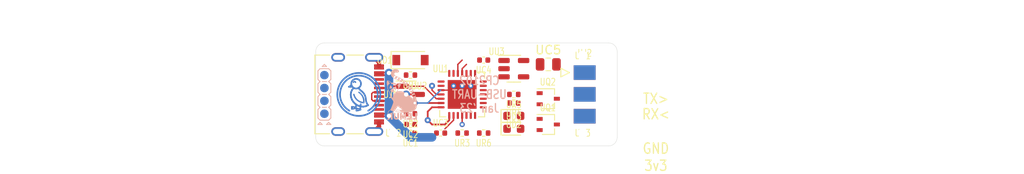
<source format=kicad_pcb>
(kicad_pcb (version 20221018) (generator pcbnew)
  (layers (0 "F.Cu" signal "Front") (31 "B.Cu" signal "Back") (34 "B.Paste" user) (35 "F.Paste" user) (36 "B.SilkS" user "B.Silkscreen") (37 "F.SilkS" user "F.Silkscreen") (38 "B.Mask" user) (39 "F.Mask" user) (44 "Edge.Cuts" user))
  (net 0 "")
  (net 1 "gnd")
  (net 2 "usb_chain_0.d_N")
  (net 3 "vusb")
  (net 4 "usb_chain_0.d_P")
  (net 5 "led.res.a")
  (net 6 "usbconv.nsuspend")
  (net 7 "usbconv.suspend")
  (net 8 "usbconv.uart.tx")
  (net 9 "usbconv.uart.rx")
  (net 10 "usbconv.rts")
  (net 11 "usbconv.ri")
  (net 12 "usbconv.ic.vdd")
  (net 13 "usbconv.dtr")
  (net 14 "usbconv.dsr")
  (net 15 "usbconv.dcd")
  (net 16 "usbconv.cts")
  (net 17 "usb_uart.conn.B5")
  (net 18 "usb_uart.conn.A5")
  (net 19 "v3v3")
  (net 20 "auto.boot")
  (net 21 "auto.en")
  (net 22 "auto.dtr_res.b")
  (net 23 "auto.rts_res.b")
  (net 24 "led_en.res.a")
  (footprint "Package_TO_SOT_SMD:SOT-23-5" (layer "F.Cu") (at 157 45)
    (fp_text reference "UU3" (at -2 -2) (layer "F.SilkS") (effects (font (size 0.8 0.6) (thickness 0.1))))
    (fp_text value "AP2204K-3.3 (Diodes Incorporated)")
    (fp_line (start 0 -1.56) (end -1.8 -1.56) (stroke (width 0.12)) (layer "F.SilkS"))
    (fp_line (start 0 -1.56) (end 0.8 -1.56) (stroke (width 0.12)) (layer "F.SilkS"))
    (fp_line (start 0 1.56) (end -0.8 1.56) (stroke (width 0.12)) (layer "F.SilkS"))
    (fp_line (start 0 1.56) (end 0.8 1.56) (stroke (width 0.12)) (layer "F.SilkS"))
    (pad "1" smd roundrect (at -1.1375 -0.95) (size 1.325 0.6) (layers "F.Cu" "F.Paste" "F.Mask") (net 3 "vusb"))
    (pad "2" smd roundrect (at -1.1375 0) (size 1.325 0.6) (layers "F.Cu" "F.Paste" "F.Mask") (net 1 "gnd"))
    (pad "3" smd roundrect (at -1.1375 0.95) (size 1.325 0.6) (layers "F.Cu" "F.Paste" "F.Mask") (net 3 "vusb"))
    (pad "4" smd roundrect (at 1.1375 0.95) (size 1.325 0.6) (layers "F.Cu" "F.Paste" "F.Mask"))
    (pad "5" smd roundrect (at 1.1375 -0.95) (size 1.325 0.6) (layers "F.Cu" "F.Paste" "F.Mask") (net 19 "v3v3"))
  )
  (footprint "Capacitor_SMD:C_0402_1005Metric" (layer "F.Cu") (at 153.5 44 180)
    (fp_text reference "UC4" (at 0 -1.16) (layer "F.SilkS") (effects (font (size 0.8 0.6) (thickness 0.1))))
    (fp_text value "")
    (fp_line (start -0.107836 -0.36) (end 0.107836 -0.36) (stroke (width 0.12)) (layer "F.SilkS"))
    (fp_line (start -0.107836 0.36) (end 0.107836 0.36) (stroke (width 0.12)) (layer "F.SilkS"))
    (pad "1" smd roundrect (at -0.48 0 180) (size 0.56 0.62) (layers "F.Cu" "F.Paste" "F.Mask") (net 3 "vusb"))
    (pad "2" smd roundrect (at 0.48 0 180) (size 0.56 0.62) (layers "F.Cu" "F.Paste" "F.Mask") (net 1 "gnd"))
  )
  (footprint "Package_TO_SOT_SMD:SOT-323_SC-70" (layer "F.Cu") (at 161 51.5)
    (fp_text reference "UQ1" (at -0.05 -1.95) (layer "F.SilkS") (effects (font (size 0.8 0.6) (thickness 0.1))))
    (fp_text value "BC847AW 1E (CBI) - 45V 200mW 100mA 110@2mA,5V 100MHz 600mV@100mA,5mA NPN +150?@(Tj) SOT-323 Bipolar Transistors - BJT ROHS")
    (fp_line (start -0.68 1.16) (end 0.73 1.16) (stroke (width 0.12)) (layer "F.SilkS"))
    (fp_line (start 0.73 -1.16) (end -1.3 -1.16) (stroke (width 0.12)) (layer "F.SilkS"))
    (fp_line (start 0.73 -1.16) (end 0.73 -0.5) (stroke (width 0.12)) (layer "F.SilkS"))
    (fp_line (start 0.73 0.5) (end 0.73 1.16) (stroke (width 0.12)) (layer "F.SilkS"))
    (pad "1" smd rect (at -1 -0.65 270) (size 0.45 0.7) (layers "F.Cu" "F.Paste" "F.Mask") (net 22 "auto.dtr_res.b"))
    (pad "2" smd rect (at -1 0.65 270) (size 0.45 0.7) (layers "F.Cu" "F.Paste" "F.Mask") (net 10 "usbconv.rts"))
    (pad "3" smd rect (at 1 0 270) (size 0.45 0.7) (layers "F.Cu" "F.Paste" "F.Mask") (net 21 "auto.en"))
  )
  (footprint "Resistor_SMD:R_0402_1005Metric" (layer "F.Cu") (at 145 50.25 180)
    (fp_text reference "UR2" (at 0 -1.17 180) (layer "F.SilkS") (effects (font (size 0.8 0.6) (thickness 0.1))))
    (fp_text value "")
    (fp_line (start -0.153641 -0.38) (end 0.153641 -0.38) (stroke (width 0.12)) (layer "F.SilkS"))
    (fp_line (start -0.153641 0.38) (end 0.153641 0.38) (stroke (width 0.12)) (layer "F.SilkS"))
    (pad "1" smd roundrect (at -0.51 0 180) (size 0.54 0.64) (layers "F.Cu" "F.Paste" "F.Mask") (net 1 "gnd"))
    (pad "2" smd roundrect (at 0.51 0 180) (size 0.54 0.64) (layers "F.Cu" "F.Paste" "F.Mask") (net 17 "usb_uart.conn.B5"))
  )
  (footprint "edg:PinHeader_2x03_P2.54mm_EdgeInline" (layer "F.Cu") (at 166.5 47.995)
    (fp_text reference "UJ2" (at -1.27 -4.81) (layer "F.SilkS") (effects (font (size 0.8 0.6) (thickness 0.1))))
    (fp_text value "PinHeader2.54 Shrouded 2x3 (Generic)")
    (fp_line (start -4.04 -3.04) (end -4.04 -2.04) (stroke (width 0.12)) (layer "F.SilkS"))
    (fp_line (start -4.04 -2.04) (end -3.04 -2.54) (stroke (width 0.12)) (layer "F.SilkS"))
    (fp_line (start -3.04 -2.54) (end -4.04 -3.04) (stroke (width 0.12)) (layer "F.SilkS"))
    (pad "1" smd rect (at -1.27 -2.54) (size 2.54 1.7) (layers "F.Cu" "F.Paste" "F.Mask") (net 19 "v3v3"))
    (pad "2" smd rect (at -1.27 -2.54) (size 2.54 1.7) (layers "B.Cu" "B.Paste" "B.Mask") (net 20 "auto.boot"))
    (pad "3" smd rect (at -1.27 0) (size 2.54 1.7) (layers "F.Cu" "F.Paste" "F.Mask") (net 9 "usbconv.uart.rx"))
    (pad "4" smd rect (at -1.27 0) (size 2.54 1.7) (layers "B.Cu" "B.Paste" "B.Mask") (net 8 "usbconv.uart.tx"))
    (pad "5" smd rect (at -1.27 2.54) (size 2.54 1.7) (layers "F.Cu" "F.Paste" "F.Mask") (net 1 "gnd"))
    (pad "6" smd rect (at -1.27 2.54) (size 2.54 1.7) (layers "B.Cu" "B.Paste" "B.Mask") (net 21 "auto.en"))
  )
  (footprint "edg:JlcToolingHole_1.152mm" (layer "F.Cu") (at 143 52.5)
    (fp_text reference "UH2" (at 0 0) (layer "F.SilkS") (effects (font (size 0.8 0.6) (thickness 0.1))))
    (fp_text value "")
    (pad "" np_thru_hole circle (at 0 0) (size 1.152 1.152) (drill 1.152) (layers "*.Cu" "*.Mask"))
  )
  (footprint "Resistor_SMD:R_0402_1005Metric" (layer "F.Cu") (at 145 45.75 180)
    (fp_text reference "UR1" (at 0 -1.17 180) (layer "F.SilkS") (effects (font (size 0.8 0.6) (thickness 0.1))))
    (fp_text value "")
    (fp_line (start -0.153641 -0.38) (end 0.153641 -0.38) (stroke (width 0.12)) (layer "F.SilkS"))
    (fp_line (start -0.153641 0.38) (end 0.153641 0.38) (stroke (width 0.12)) (layer "F.SilkS"))
    (pad "1" smd roundrect (at -0.51 0 180) (size 0.54 0.64) (layers "F.Cu" "F.Paste" "F.Mask") (net 1 "gnd"))
    (pad "2" smd roundrect (at 0.51 0 180) (size 0.54 0.64) (layers "F.Cu" "F.Paste" "F.Mask") (net 18 "usb_uart.conn.A5"))
  )
  (footprint "LED_SMD:LED_0603_1608Metric" (layer "F.Cu") (at 157 50.5)
    (fp_text reference "UD2" (at 0 1) (layer "F.SilkS") (effects (font (size 0.8 0.6) (thickness 0.1))))
    (fp_text value "C2290 (Hubei KENTO Elec) - White 0603 Light Emitting Diodes (LED) RoHS")
    (fp_line (start -1.485 -0.735) (end -1.485 0.735) (stroke (width 0.12)) (layer "F.SilkS"))
    (fp_line (start -1.485 0.735) (end 0.8 0.735) (stroke (width 0.12)) (layer "F.SilkS"))
    (fp_line (start 0.8 -0.735) (end -1.485 -0.735) (stroke (width 0.12)) (layer "F.SilkS"))
    (pad "1" smd roundrect (at -0.7875 0) (size 0.875 0.95) (layers "F.Cu" "F.Paste" "F.Mask") (net 5 "led.res.a"))
    (pad "2" smd roundrect (at 0.7875 0) (size 0.875 0.95) (layers "F.Cu" "F.Paste" "F.Mask") (net 6 "usbconv.nsuspend"))
  )
  (footprint "Resistor_SMD:R_0402_1005Metric" (layer "F.Cu") (at 157 49 180)
    (fp_text reference "UR4" (at 0 -1.17) (layer "F.SilkS") (effects (font (size 0.8 0.6) (thickness 0.1))))
    (fp_text value "")
    (fp_line (start -0.153641 -0.38) (end 0.153641 -0.38) (stroke (width 0.12)) (layer "F.SilkS"))
    (fp_line (start -0.153641 0.38) (end 0.153641 0.38) (stroke (width 0.12)) (layer "F.SilkS"))
    (pad "1" smd roundrect (at -0.51 0 180) (size 0.54 0.64) (layers "F.Cu" "F.Paste" "F.Mask") (net 13 "usbconv.dtr"))
    (pad "2" smd roundrect (at 0.51 0 180) (size 0.54 0.64) (layers "F.Cu" "F.Paste" "F.Mask") (net 22 "auto.dtr_res.b"))
  )
  (footprint "Capacitor_SMD:C_0402_1005Metric" (layer "F.Cu") (at 145 51.5 180)
    (fp_text reference "UC2" (at 0 -1.16 180) (layer "F.SilkS") (effects (font (size 0.8 0.6) (thickness 0.1))))
    (fp_text value "")
    (fp_line (start -0.107836 -0.36) (end 0.107836 -0.36) (stroke (width 0.12)) (layer "F.SilkS"))
    (fp_line (start -0.107836 0.36) (end 0.107836 0.36) (stroke (width 0.12)) (layer "F.SilkS"))
    (pad "1" smd roundrect (at -0.48 0 180) (size 0.56 0.62) (layers "F.Cu" "F.Paste" "F.Mask") (net 3 "vusb"))
    (pad "2" smd roundrect (at 0.48 0 180) (size 0.56 0.62) (layers "F.Cu" "F.Paste" "F.Mask") (net 1 "gnd"))
  )
  (footprint "LED_SMD:LED_0603_1608Metric" (layer "F.Cu") (at 157 52)
    (fp_text reference "UD3" (at 0 -1.43) (layer "F.SilkS") (effects (font (size 0.8 0.6) (thickness 0.1))))
    (fp_text value "KT-0603R (Hubei KENTO Elec) - Red 615~630nm 1.9~2.2V 0603 Light Emitting Diodes (LED) RoHS")
    (fp_line (start -1.485 -0.735) (end -1.485 0.735) (stroke (width 0.12)) (layer "F.SilkS"))
    (fp_line (start -1.485 0.735) (end 0.8 0.735) (stroke (width 0.12)) (layer "F.SilkS"))
    (fp_line (start 0.8 -0.735) (end -1.485 -0.735) (stroke (width 0.12)) (layer "F.SilkS"))
    (pad "1" smd roundrect (at -0.7875 0) (size 0.875 0.95) (layers "F.Cu" "F.Paste" "F.Mask") (net 24 "led_en.res.a"))
    (pad "2" smd roundrect (at 0.7875 0) (size 0.875 0.95) (layers "F.Cu" "F.Paste" "F.Mask") (net 19 "v3v3"))
  )
  (footprint "Capacitor_SMD:C_0402_1005Metric" (layer "F.Cu") (at 145 52.5 180)
    (fp_text reference "UC1" (at 0 -1.16 180) (layer "F.SilkS") (effects (font (size 0.8 0.6) (thickness 0.1))))
    (fp_text value "")
    (fp_line (start -0.107836 -0.36) (end 0.107836 -0.36) (stroke (width 0.12)) (layer "F.SilkS"))
    (fp_line (start -0.107836 0.36) (end 0.107836 0.36) (stroke (width 0.12)) (layer "F.SilkS"))
    (pad "1" smd roundrect (at -0.48 0 180) (size 0.56 0.62) (layers "F.Cu" "F.Paste" "F.Mask") (net 3 "vusb"))
    (pad "2" smd roundrect (at 0.48 0 180) (size 0.56 0.62) (layers "F.Cu" "F.Paste" "F.Mask") (net 1 "gnd"))
  )
  (footprint "edg:JlcToolingHole_1.152mm" (layer "F.Cu") (at 165 52.5)
    (fp_text reference "UH3" (at 0 0) (layer "F.SilkS") (effects (font (size 0.8 0.6) (thickness 0.1))))
    (fp_text value "")
    (pad "" np_thru_hole circle (at 0 0) (size 1.152 1.152) (drill 1.152) (layers "*.Cu" "*.Mask"))
  )
  (footprint "Connector_USB:USB_C_Receptacle_XKB_U262-16XN-4BVC11" (layer "F.Cu") (at 137.675 48 -90)
    (fp_text reference "UJ1" (at 0 -5) (layer "F.SilkS") (effects (font (size 0.8 0.6) (thickness 0.1))))
    (fp_text value "COM-15111 (Sparkfun)")
    (fp_line (start -4.58 -1.85) (end -4.58 0.07) (stroke (width 0.12)) (layer "F.SilkS"))
    (fp_line (start -4.58 3.785) (end -4.58 2.08) (stroke (width 0.12)) (layer "F.SilkS"))
    (fp_line (start 4.58 0.07) (end 4.58 -1.85) (stroke (width 0.12)) (layer "F.SilkS"))
    (fp_line (start 4.58 2.08) (end 4.58 3.785) (stroke (width 0.12)) (layer "F.SilkS"))
    (fp_line (start 4.58 3.785) (end -4.58 3.785) (stroke (width 0.12)) (layer "F.SilkS"))
    (pad "" np_thru_hole circle (at -2.89 -2.605 270) (size 0.65 0.65) (drill 0.65) (layers "*.Cu" "*.Mask"))
    (pad "" np_thru_hole circle (at 2.89 -2.605 270) (size 0.65 0.65) (drill 0.65) (layers "*.Cu" "*.Mask"))
    (pad "A1" smd rect (at -3.35 -3.67 270) (size 0.3 1.15) (layers "F.Cu" "F.Paste" "F.Mask") (net 1 "gnd"))
    (pad "A4" smd rect (at -2.55 -3.67 270) (size 0.3 1.15) (layers "F.Cu" "F.Paste" "F.Mask") (net 3 "vusb"))
    (pad "A5" smd rect (at -1.25 -3.67 270) (size 0.3 1.15) (layers "F.Cu" "F.Paste" "F.Mask") (net 18 "usb_uart.conn.A5"))
    (pad "A6" smd rect (at -0.25 -3.67 270) (size 0.3 1.15) (layers "F.Cu" "F.Paste" "F.Mask") (net 4 "usb_chain_0.d_P"))
    (pad "A7" smd rect (at 0.25 -3.67 270) (size 0.3 1.15) (layers "F.Cu" "F.Paste" "F.Mask") (net 2 "usb_chain_0.d_N"))
    (pad "A8" smd rect (at 1.25 -3.67 270) (size 0.3 1.15) (layers "F.Cu" "F.Paste" "F.Mask"))
    (pad "A9" smd rect (at 2.55 -3.67 270) (size 0.3 1.15) (layers "F.Cu" "F.Paste" "F.Mask") (net 3 "vusb"))
    (pad "A12" smd rect (at 3.35 -3.67 270) (size 0.3 1.15) (layers "F.Cu" "F.Paste" "F.Mask") (net 1 "gnd"))
    (pad "B1" smd rect (at 3.05 -3.67 270) (size 0.3 1.15) (layers "F.Cu" "F.Paste" "F.Mask") (net 1 "gnd"))
    (pad "B4" smd rect (at 2.25 -3.67 270) (size 0.3 1.15) (layers "F.Cu" "F.Paste" "F.Mask") (net 3 "vusb"))
    (pad "B5" smd rect (at 1.75 -3.67 270) (size 0.3 1.15) (layers "F.Cu" "F.Paste" "F.Mask") (net 17 "usb_uart.conn.B5"))
    (pad "B6" smd rect (at 0.75 -3.67 270) (size 0.3 1.15) (layers "F.Cu" "F.Paste" "F.Mask") (net 4 "usb_chain_0.d_P"))
    (pad "B7" smd rect (at -0.75 -3.67 270) (size 0.3 1.15) (layers "F.Cu" "F.Paste" "F.Mask") (net 2 "usb_chain_0.d_N"))
    (pad "B8" smd rect (at -1.75 -3.67 270) (size 0.3 1.15) (layers "F.Cu" "F.Paste" "F.Mask"))
    (pad "B9" smd rect (at -2.25 -3.67 270) (size 0.3 1.15) (layers "F.Cu" "F.Paste" "F.Mask") (net 3 "vusb"))
    (pad "B12" smd rect (at -3.05 -3.67 270) (size 0.3 1.15) (layers "F.Cu" "F.Paste" "F.Mask") (net 1 "gnd"))
    (pad "S1" thru_hole oval (at -4.32 -3.105 270) (size 1 2.1) (drill oval 0.6 1.7) (layers "*.Cu" "*.Mask") (net 1 "gnd"))
    (pad "S1" thru_hole oval (at -4.32 1.075 270) (size 1 1.6) (drill oval 0.6 1.2) (layers "*.Cu" "*.Mask") (net 1 "gnd"))
    (pad "S1" thru_hole oval (at 4.32 -3.105 270) (size 1 2.1) (drill oval 0.6 1.7) (layers "*.Cu" "*.Mask") (net 1 "gnd"))
    (pad "S1" thru_hole oval (at 4.32 1.075 270) (size 1 1.6) (drill oval 0.6 1.2) (layers "*.Cu" "*.Mask") (net 1 "gnd"))
  )
  (footprint "Resistor_SMD:R_0402_1005Metric" (layer "F.Cu") (at 153.5 52.5 180)
    (fp_text reference "UR6" (at 0 -1.17) (layer "F.SilkS") (effects (font (size 0.8 0.6) (thickness 0.1))))
    (fp_text value "")
    (fp_line (start -0.153641 -0.38) (end 0.153641 -0.38) (stroke (width 0.12)) (layer "F.SilkS"))
    (fp_line (start -0.153641 0.38) (end 0.153641 0.38) (stroke (width 0.12)) (layer "F.SilkS"))
    (pad "1" smd roundrect (at -0.51 0 180) (size 0.54 0.64) (layers "F.Cu" "F.Paste" "F.Mask") (net 24 "led_en.res.a"))
    (pad "2" smd roundrect (at 0.51 0 180) (size 0.54 0.64) (layers "F.Cu" "F.Paste" "F.Mask") (net 10 "usbconv.rts"))
  )
  (footprint "Package_DFN_QFN:QFN-28-1EP_5x5mm_P0.5mm_EP3.35x3.35mm" (layer "F.Cu") (at 151 48)
    (fp_text reference "UU1" (at -2.5 -3) (layer "F.SilkS") (effects (font (size 0.8 0.6) (thickness 0.1))))
    (fp_text value "CP2102 (Silicon Labs)")
    (fp_line (start -2.61 2.61) (end -2.61 1.885) (stroke (width 0.12)) (layer "F.SilkS"))
    (fp_line (start -1.885 -2.61) (end -2.61 -2.61) (stroke (width 0.12)) (layer "F.SilkS"))
    (fp_line (start -1.885 2.61) (end -2.61 2.61) (stroke (width 0.12)) (layer "F.SilkS"))
    (fp_line (start 1.885 -2.61) (end 2.61 -2.61) (stroke (width 0.12)) (layer "F.SilkS"))
    (fp_line (start 1.885 2.61) (end 2.61 2.61) (stroke (width 0.12)) (layer "F.SilkS"))
    (fp_line (start 2.61 -2.61) (end 2.61 -1.885) (stroke (width 0.12)) (layer "F.SilkS"))
    (fp_line (start 2.61 2.61) (end 2.61 1.885) (stroke (width 0.12)) (layer "F.SilkS"))
    (pad "1" smd roundrect (at -2.45 -1.5) (size 0.8 0.25) (layers "F.Cu" "F.Paste" "F.Mask") (net 15 "usbconv.dcd"))
    (pad "2" smd roundrect (at -2.45 -1) (size 0.8 0.25) (layers "F.Cu" "F.Paste" "F.Mask") (net 11 "usbconv.ri"))
    (pad "3" smd roundrect (at -2.45 -0.5) (size 0.8 0.25) (layers "F.Cu" "F.Paste" "F.Mask") (net 1 "gnd"))
    (pad "4" smd roundrect (at -2.45 0) (size 0.8 0.25) (layers "F.Cu" "F.Paste" "F.Mask") (net 4 "usb_chain_0.d_P"))
    (pad "5" smd roundrect (at -2.45 0.5) (size 0.8 0.25) (layers "F.Cu" "F.Paste" "F.Mask") (net 2 "usb_chain_0.d_N"))
    (pad "6" smd roundrect (at -2.45 1) (size 0.8 0.25) (layers "F.Cu" "F.Paste" "F.Mask") (net 12 "usbconv.ic.vdd"))
    (pad "7" smd roundrect (at -2.45 1.5) (size 0.8 0.25) (layers "F.Cu" "F.Paste" "F.Mask") (net 3 "vusb"))
    (pad "8" smd roundrect (at -1.5 2.45) (size 0.25 0.8) (layers "F.Cu" "F.Paste" "F.Mask") (net 3 "vusb"))
    (pad "9" smd roundrect (at -1 2.45) (size 0.25 0.8) (layers "F.Cu" "F.Paste" "F.Mask") (net 12 "usbconv.ic.vdd"))
    (pad "10" smd roundrect (at -0.5 2.45) (size 0.25 0.8) (layers "F.Cu" "F.Paste" "F.Mask"))
    (pad "11" smd roundrect (at 0 2.45) (size 0.25 0.8) (layers "F.Cu" "F.Paste" "F.Mask") (net 6 "usbconv.nsuspend"))
    (pad "12" smd roundrect (at 0.5 2.45) (size 0.25 0.8) (layers "F.Cu" "F.Paste" "F.Mask") (net 7 "usbconv.suspend"))
    (pad "13" smd roundrect (at 1 2.45) (size 0.25 0.8) (layers "F.Cu" "F.Paste" "F.Mask"))
    (pad "14" smd roundrect (at 1.5 2.45) (size 0.25 0.8) (layers "F.Cu" "F.Paste" "F.Mask"))
    (pad "15" smd roundrect (at 2.45 1.5) (size 0.8 0.25) (layers "F.Cu" "F.Paste" "F.Mask"))
    (pad "16" smd roundrect (at 2.45 1) (size 0.8 0.25) (layers "F.Cu" "F.Paste" "F.Mask"))
    (pad "17" smd roundrect (at 2.45 0.5) (size 0.8 0.25) (layers "F.Cu" "F.Paste" "F.Mask"))
    (pad "18" smd roundrect (at 2.45 0) (size 0.8 0.25) (layers "F.Cu" "F.Paste" "F.Mask"))
    (pad "19" smd roundrect (at 2.45 -0.5) (size 0.8 0.25) (layers "F.Cu" "F.Paste" "F.Mask"))
    (pad "20" smd roundrect (at 2.45 -1) (size 0.8 0.25) (layers "F.Cu" "F.Paste" "F.Mask"))
    (pad "21" smd roundrect (at 2.45 -1.5) (size 0.8 0.25) (layers "F.Cu" "F.Paste" "F.Mask"))
    (pad "22" smd roundrect (at 1.5 -2.45) (size 0.25 0.8) (layers "F.Cu" "F.Paste" "F.Mask"))
    (pad "23" smd roundrect (at 1 -2.45) (size 0.25 0.8) (layers "F.Cu" "F.Paste" "F.Mask") (net 16 "usbconv.cts"))
    (pad "24" smd roundrect (at 0.5 -2.45) (size 0.25 0.8) (layers "F.Cu" "F.Paste" "F.Mask") (net 10 "usbconv.rts"))
    (pad "25" smd roundrect (at 0 -2.45) (size 0.25 0.8) (layers "F.Cu" "F.Paste" "F.Mask") (net 9 "usbconv.uart.rx"))
    (pad "26" smd roundrect (at -0.5 -2.45) (size 0.25 0.8) (layers "F.Cu" "F.Paste" "F.Mask") (net 8 "usbconv.uart.tx"))
    (pad "27" smd roundrect (at -1 -2.45) (size 0.25 0.8) (layers "F.Cu" "F.Paste" "F.Mask") (net 14 "usbconv.dsr"))
    (pad "28" smd roundrect (at -1.5 -2.45) (size 0.25 0.8) (layers "F.Cu" "F.Paste" "F.Mask") (net 13 "usbconv.dtr"))
    (pad "29" smd rect (at 0 0) (size 3.35 3.35) (layers "F.Cu" "F.Mask") (net 1 "gnd"))
  )
  (footprint "Package_TO_SOT_SMD:SOT-323_SC-70" (layer "F.Cu") (at 161 48.5)
    (fp_text reference "UQ2" (at -0.05 -1.95) (layer "F.SilkS") (effects (font (size 0.8 0.6) (thickness 0.1))))
    (fp_text value "BC847AW 1E (CBI) - 45V 200mW 100mA 110@2mA,5V 100MHz 600mV@100mA,5mA NPN +150?@(Tj) SOT-323 Bipolar Transistors - BJT ROHS")
    (fp_line (start -0.68 1.16) (end 0.73 1.16) (stroke (width 0.12)) (layer "F.SilkS"))
    (fp_line (start 0.73 -1.16) (end -1.3 -1.16) (stroke (width 0.12)) (layer "F.SilkS"))
    (fp_line (start 0.73 -1.16) (end 0.73 -0.5) (stroke (width 0.12)) (layer "F.SilkS"))
    (fp_line (start 0.73 0.5) (end 0.73 1.16) (stroke (width 0.12)) (layer "F.SilkS"))
    (pad "1" smd rect (at -1 -0.65 270) (size 0.45 0.7) (layers "F.Cu" "F.Paste" "F.Mask") (net 23 "auto.rts_res.b"))
    (pad "2" smd rect (at -1 0.65 270) (size 0.45 0.7) (layers "F.Cu" "F.Paste" "F.Mask") (net 13 "usbconv.dtr"))
    (pad "3" smd rect (at 1 0 270) (size 0.45 0.7) (layers "F.Cu" "F.Paste" "F.Mask") (net 20 "auto.boot"))
  )
  (footprint "Capacitor_SMD:C_0805_2012Metric" (layer "F.Cu") (at 161 44.5)
    (fp_text reference "UC5" (at 0 -1.68) (layer "F.SilkS"))
    (fp_text value "")
    (fp_line (start -0.261252 -0.735) (end 0.261252 -0.735) (stroke (width 0.12)) (layer "F.SilkS"))
    (fp_line (start -0.261252 0.735) (end 0.261252 0.735) (stroke (width 0.12)) (layer "F.SilkS"))
    (pad "1" smd roundrect (at -0.95 0) (size 1 1.45) (layers "F.Cu" "F.Paste" "F.Mask") (net 19 "v3v3"))
    (pad "2" smd roundrect (at 0.95 0) (size 1 1.45) (layers "F.Cu" "F.Paste" "F.Mask") (net 1 "gnd"))
  )
  (footprint "Capacitor_SMD:C_0402_1005Metric" (layer "F.Cu") (at 148.5 52.5)
    (fp_text reference "UC3" (at 0 -1.16) (layer "F.SilkS") (effects (font (size 0.8 0.6) (thickness 0.1))))
    (fp_text value "")
    (fp_line (start -0.107836 -0.36) (end 0.107836 -0.36) (stroke (width 0.12)) (layer "F.SilkS"))
    (fp_line (start -0.107836 0.36) (end 0.107836 0.36) (stroke (width 0.12)) (layer "F.SilkS"))
    (pad "1" smd roundrect (at -0.48 0) (size 0.56 0.62) (layers "F.Cu" "F.Paste" "F.Mask") (net 12 "usbconv.ic.vdd"))
    (pad "2" smd roundrect (at 0.48 0) (size 0.56 0.62) (layers "F.Cu" "F.Paste" "F.Mask") (net 1 "gnd"))
  )
  (footprint "Resistor_SMD:R_0402_1005Metric" (layer "F.Cu") (at 151 52.5 180)
    (fp_text reference "UR3" (at 0 -1.17) (layer "F.SilkS") (effects (font (size 0.8 0.6) (thickness 0.1))))
    (fp_text value "")
    (fp_line (start -0.153641 -0.38) (end 0.153641 -0.38) (stroke (width 0.12)) (layer "F.SilkS"))
    (fp_line (start -0.153641 0.38) (end 0.153641 0.38) (stroke (width 0.12)) (layer "F.SilkS"))
    (pad "1" smd roundrect (at -0.51 0 180) (size 0.54 0.64) (layers "F.Cu" "F.Paste" "F.Mask") (net 5 "led.res.a"))
    (pad "2" smd roundrect (at 0.51 0 180) (size 0.54 0.64) (layers "F.Cu" "F.Paste" "F.Mask") (net 1 "gnd"))
  )
  (footprint "edg:JlcToolingHole_1.152mm" (layer "F.Cu") (at 165 43.5)
    (fp_text reference "UH1" (at 0 0) (layer "F.SilkS") (effects (font (size 0.8 0.6) (thickness 0.1))))
    (fp_text value "")
    (pad "" np_thru_hole circle (at 0 0) (size 1.152 1.152) (drill 1.152) (layers "*.Cu" "*.Mask"))
  )
  (footprint "Diode_SMD:D_SOD-123" (layer "F.Cu") (at 145 44)
    (fp_text reference "UD1" (at -3 0) (layer "F.SilkS") (effects (font (size 0.8 0.6) (thickness 0.1))))
    (fp_text value "MMSZ5232A_R1_00001 (PANJIT International) - 5?A@3V 11? Single 5.49V~5.71V 500mW 5.6V SOD-123 Zener Diodes ROHS")
    (fp_line (start -2.25 -1) (end -2.25 1) (stroke (width 0.12)) (layer "F.SilkS"))
    (fp_line (start -2.25 -1) (end 1.65 -1) (stroke (width 0.12)) (layer "F.SilkS"))
    (fp_line (start -2.25 1) (end 1.65 1) (stroke (width 0.12)) (layer "F.SilkS"))
    (pad "1" smd rect (at -1.65 0) (size 0.9 1.2) (layers "F.Cu" "F.Paste" "F.Mask") (net 3 "vusb"))
    (pad "2" smd rect (at 1.65 0) (size 0.9 1.2) (layers "F.Cu" "F.Paste" "F.Mask") (net 1 "gnd"))
  )
  (footprint "Package_TO_SOT_SMD:SOT-23" (layer "F.Cu") (at 145 48)
    (fp_text reference "UU2" (at 1 -1) (layer "F.SilkS") (effects (font (size 0.8 0.6) (thickness 0.1))))
    (fp_text value "PESD5V0X1BT (Nexperia)")
    (fp_line (start 0 -1.56) (end -1.675 -1.56) (stroke (width 0.12)) (layer "F.SilkS"))
    (fp_line (start 0 -1.56) (end 0.65 -1.56) (stroke (width 0.12)) (layer "F.SilkS"))
    (fp_line (start 0 1.56) (end -0.65 1.56) (stroke (width 0.12)) (layer "F.SilkS"))
    (fp_line (start 0 1.56) (end 0.65 1.56) (stroke (width 0.12)) (layer "F.SilkS"))
    (pad "1" smd roundrect (at -0.9375 -0.95) (size 1.475 0.6) (layers "F.Cu" "F.Paste" "F.Mask") (net 2 "usb_chain_0.d_N"))
    (pad "2" smd roundrect (at -0.9375 0.95) (size 1.475 0.6) (layers "F.Cu" "F.Paste" "F.Mask") (net 4 "usb_chain_0.d_P"))
    (pad "3" smd roundrect (at 0.9375 0) (size 1.475 0.6) (layers "F.Cu" "F.Paste" "F.Mask") (net 1 "gnd"))
  )
  (footprint "Resistor_SMD:R_0402_1005Metric" (layer "F.Cu") (at 157 48 180)
    (fp_text reference "UR5" (at 0 -1.17) (layer "F.SilkS") (effects (font (size 0.8 0.6) (thickness 0.1))))
    (fp_text value "")
    (fp_line (start -0.153641 -0.38) (end 0.153641 -0.38) (stroke (width 0.12)) (layer "F.SilkS"))
    (fp_line (start -0.153641 0.38) (end 0.153641 0.38) (stroke (width 0.12)) (layer "F.SilkS"))
    (pad "1" smd roundrect (at -0.51 0 180) (size 0.54 0.64) (layers "F.Cu" "F.Paste" "F.Mask") (net 10 "usbconv.rts"))
    (pad "2" smd roundrect (at 0.51 0 180) (size 0.54 0.64) (layers "F.Cu" "F.Paste" "F.Mask") (net 23 "auto.rts_res.b"))
  )
  (footprint "edg:Indicator_IdDots_4" (layer "B.Cu") (at 135 48 90)
    (fp_text reference "UU6" hide)
    (fp_text value "IdDots4")
    (fp_circle (center -2.25 0) (end -2 0) (stroke (width 0.5)) (fill none) (layer "B.Cu"))
    (fp_circle (center -0.75 0) (end -0.5 0) (stroke (width 0.5)) (fill none) (layer "B.Cu"))
    (fp_circle (center 0.75 0) (end 1 0) (stroke (width 0.5)) (fill none) (layer "B.Cu"))
    (fp_circle (center 2.25 0) (end 2.5 0) (stroke (width 0.5)) (fill none) (layer "B.Cu"))
    (fp_line (start -3.5 -0.75) (end -3.5 -0.25) (stroke (width 0.1)) (layer "B.SilkS"))
    (fp_line (start -3.5 -0.25) (end -3.25 -0.5) (stroke (width 0.1)) (layer "B.SilkS"))
    (fp_line (start -3.5 0.25) (end -3.5 0.75) (stroke (width 0.1)) (layer "B.SilkS"))
    (fp_line (start -3.5 0.75) (end -3.25 0.5) (stroke (width 0.1)) (layer "B.SilkS"))
    (fp_line (start -3.25 -0.5) (end -3.5 -0.75) (stroke (width 0.1)) (layer "B.SilkS"))
    (fp_line (start -3.25 0.5) (end -3.5 0.25) (stroke (width 0.1)) (layer "B.SilkS"))
    (fp_line (start -3 -0.5) (end -2.75 -0.75) (stroke (width 0.1)) (layer "B.SilkS"))
    (fp_line (start -3 0.5) (end -3 -0.5) (stroke (width 0.1)) (layer "B.SilkS"))
    (fp_line (start -2.75 -0.75) (end -1.75 -0.75) (stroke (width 0.1)) (layer "B.SilkS"))
    (fp_line (start -2.75 0.75) (end -3 0.5) (stroke (width 0.1)) (layer "B.SilkS"))
    (fp_line (start -1.75 -0.75) (end -1.5 -0.5) (stroke (width 0.1)) (layer "B.SilkS"))
    (fp_line (start -1.75 0.75) (end -2.75 0.75) (stroke (width 0.1)) (layer "B.SilkS"))
    (fp_line (start -1.5 -0.5) (end -1.25 -0.75) (stroke (width 0.1)) (layer "B.SilkS"))
    (fp_line (start -1.5 -0.25) (end -1.5 0.25) (stroke (width 0.1)) (layer "B.SilkS"))
    (fp_line (start -1.5 0.5) (end -1.75 0.75) (stroke (width 0.1)) (layer "B.SilkS"))
    (fp_line (start -1.25 -0.75) (end -0.25 -0.75) (stroke (width 0.1)) (layer "B.SilkS"))
    (fp_line (start -1.25 0.75) (end -1.5 0.5) (stroke (width 0.1)) (layer "B.SilkS"))
    (fp_line (start -0.25 -0.75) (end 0 -0.5) (stroke (width 0.1)) (layer "B.SilkS"))
    (fp_line (start -0.25 0.75) (end -1.25 0.75) (stroke (width 0.1)) (layer "B.SilkS"))
    (fp_line (start 0 -0.5) (end 0.25 -0.75) (stroke (width 0.1)) (layer "B.SilkS"))
    (fp_line (start 0 -0.25) (end 0 0.25) (stroke (width 0.1)) (layer "B.SilkS"))
    (fp_line (start 0 0.5) (end -0.25 0.75) (stroke (width 0.1)) (layer "B.SilkS"))
    (fp_line (start 0.25 -0.75) (end 1.25 -0.75) (stroke (width 0.1)) (layer "B.SilkS"))
    (fp_line (start 0.25 0.75) (end 0 0.5) (stroke (width 0.1)) (layer "B.SilkS"))
    (fp_line (start 1.25 -0.75) (end 1.5 -0.5) (stroke (width 0.1)) (layer "B.SilkS"))
    (fp_line (start 1.25 0.75) (end 0.25 0.75) (stroke (width 0.1)) (layer "B.SilkS"))
    (fp_line (start 1.5 -0.5) (end 1.75 -0.75) (stroke (width 0.1)) (layer "B.SilkS"))
    (fp_line (start 1.5 -0.25) (end 1.5 0.25) (stroke (width 0.1)) (layer "B.SilkS"))
    (fp_line (start 1.5 0.5) (end 1.25 0.75) (stroke (width 0.1)) (layer "B.SilkS"))
    (fp_line (start 1.75 -0.75) (end 2.75 -0.75) (stroke (width 0.1)) (layer "B.SilkS"))
    (fp_line (start 1.75 0.75) (end 1.5 0.5) (stroke (width 0.1)) (layer "B.SilkS"))
    (fp_line (start 2.75 -0.75) (end 3 -0.5) (stroke (width 0.1)) (layer "B.SilkS"))
    (fp_line (start 2.75 0.75) (end 1.75 0.75) (stroke (width 0.1)) (layer "B.SilkS"))
    (fp_line (start 3 -0.5) (end 3 0.5) (stroke (width 0.1)) (layer "B.SilkS"))
    (fp_line (start 3 0.5) (end 2.75 0.75) (stroke (width 0.1)) (layer "B.SilkS"))
    (fp_line (start 3.25 -0.25) (end 3.25 0.25) (stroke (width 0.1)) (layer "B.SilkS"))
    (fp_line (start 3.25 0.25) (end 3.5 0) (stroke (width 0.1)) (layer "B.SilkS"))
    (fp_line (start 3.5 0) (end 3.25 -0.25) (stroke (width 0.1)) (layer "B.SilkS"))
  )
  (footprint "edg:Symbol_Duckling" (layer "B.Cu") (at 139 48 180)
    (fp_text reference "UU4" hide)
    (fp_text value "Duck" hide)
    (fp_line (start -1.072198 -1.25) (end -0.807277 -1.374087) (stroke (width 0.2)) (layer "B.Cu"))
    (fp_line (start -0.807277 -1.374087) (end -0.51095 -1.424715) (stroke (width 0.2)) (layer "B.Cu"))
    (fp_line (start -0.51095 -1.424715) (end -0.201673 -1.39873) (stroke (width 0.2)) (layer "B.Cu"))
    (fp_line (start -0.201673 -1.39873) (end 0.101295 -1.297751) (stroke (width 0.2)) (layer "B.Cu"))
    (fp_line (start -0.2 -1.39571) (end -0.212004 -1.146914) (stroke (width 0.2)) (layer "B.Cu"))
    (fp_line (start -0.150743 -1.768905) (end -0.2 -1.39571) (stroke (width 0.2)) (layer "B.Cu"))
    (fp_line (start 0.101295 -1.297751) (end 0.379085 -1.128065) (stroke (width 0.2)) (layer "B.Cu"))
    (fp_line (start 0.379085 -1.128065) (end 0.614398 -0.900241) (stroke (width 0.2)) (layer "B.Cu"))
    (fp_line (start 0.382558 -1.56145) (end 0.273702 -1.202597) (stroke (width 0.2)) (layer "B.Cu"))
    (fp_line (start 0.614398 -0.900241) (end 0.792579 -0.628467) (stroke (width 0.2)) (layer "B.Cu"))
    (fp_line (start 0.778054 0.54137) (end 0.59375 0.762861) (stroke (width 0.2)) (layer "B.Cu"))
    (fp_line (start 0.792579 -0.628467) (end 0.902531 -0.329667) (stroke (width 0.2)) (layer "B.Cu"))
    (fp_line (start 0.895035 0.27405) (end 0.778054 0.54137) (stroke (width 0.2)) (layer "B.Cu"))
    (fp_line (start 0.902531 -0.329667) (end 0.937407 -0.022451) (stroke (width 0.2)) (layer "B.Cu"))
    (fp_line (start 0.937407 -0.022451) (end 0.895035 0.27405) (stroke (width 0.2)) (layer "B.Cu"))
    (fp_arc (start -1.072198 -1.25) (mid -0.886856 -0.918958) (end -0.809364 -0.547562) (stroke (width 0.2)) (layer "B.Cu"))
    (fp_arc (start -0.573812 -0.957555) (mid 0.159981 -0.670103) (end 0.575946 -0.000734) (stroke (width 0.16)) (layer "B.Cu"))
    (fp_arc (start -0.303506 0.391461) (mid -0.661618 -0.021387) (end -0.809366 -0.547561) (stroke (width 0.2)) (layer "B.Cu"))
    (fp_arc (start -0.303506 0.391461) (mid -0.117368 0.560252) (end 0.03125 0.762861) (stroke (width 0.2)) (layer "B.Cu"))
    (fp_arc (start -0.213243 -1.768905) (mid 0.027927 -1.866421) (end 0.28661 -1.89391) (stroke (width 0.16)) (layer "B.Cu"))
    (fp_arc (start -0.013396 0.243068) (mid -0.465723 -0.276787) (end -0.573838 -0.957346) (stroke (width 0.16)) (layer "B.Cu"))
    (fp_arc (start 0.286757 -1.768905) (mid 0.224257 -1.831405) (end 0.286757 -1.893905) (stroke (width 0.16)) (layer "B.Cu"))
    (fp_arc (start 0.286757 -1.643905) (mid 0.02807 -1.671353) (end -0.213115 -1.768832) (stroke (width 0.16)) (layer "B.Cu"))
    (fp_arc (start 0.286757 -1.643905) (mid 0.224257 -1.706405) (end 0.286757 -1.768905) (stroke (width 0.16)) (layer "B.Cu"))
    (fp_arc (start 0.320058 -1.56145) (mid 0.561228 -1.658966) (end 0.819911 -1.686455) (stroke (width 0.16)) (layer "B.Cu"))
    (fp_arc (start 0.62074 1.407352) (mid 0.5 1.499999) (end 0.37926 1.407352) (stroke (width 0.16)) (layer "B.Cu"))
    (fp_arc (start 0.763205 0.913443) (mid 0.969128 0.866757) (end 1.178844 0.891296) (stroke (width 0.16)) (layer "B.Cu"))
    (fp_arc (start 0.820058 -1.56145) (mid 0.75756 -1.62395) (end 0.820058 -1.68645) (stroke (width 0.16)) (layer "B.Cu"))
    (fp_arc (start 0.820058 -1.43645) (mid 0.561371 -1.463897) (end 0.320186 -1.561377) (stroke (width 0.16)) (layer "B.Cu"))
    (fp_arc (start 0.820058 -1.43645) (mid 0.75756 -1.49895) (end 0.820058 -1.56145) (stroke (width 0.16)) (layer "B.Cu"))
    (fp_arc (start 0.869178 1.169286) (mid 1.000175 1.003686) (end 1.178836 0.891151) (stroke (width 0.16)) (layer "B.Cu"))
    (fp_arc (start 1.093749 -1.89443) (mid 0.000001 2.187499) (end -1.09375 -1.894429) (stroke (width 0.2)) (layer "B.Cu"))
    (fp_circle (center 0 0) (end 2.5 0) (stroke (width 0.2)) (fill none) (layer "B.Cu"))
    (fp_circle (center 0.3125 1.25) (end 0.875 1.25) (stroke (width 0.2)) (fill none) (layer "B.Cu"))
  )
  (footprint "edg:Symbol_LemurSmall" (layer "B.Cu") (at 144 48 180)
    (fp_text reference "UU5" hide)
    (fp_text value "Lemur" hide)
    (fp_poly (pts (xy 1.059698 0.73278) (xy 0.94017 0.560564) (xy 0.883688 0.351821) (xy 0.996324 0.276257) (xy 1.138039 0.241956) (xy 1.255304 0.31878) (xy 1.34919 0.428095) (xy 1.238822 0.599044) (xy 1.059698 0.73278)) (fill solid) (layer "B.SilkS"))
    (fp_poly (pts (xy 1.295653 1.063612) (xy 1.275602 1.05183) (xy 1.159831 0.881314) (xy 1.121296 0.75438) (xy 1.259161 0.694128) (xy 1.42474 0.665393) (xy 1.432616 0.773911) (xy 1.3768 0.966348) (xy 1.295653 1.063612)) (fill solid) (layer "B.SilkS"))
    (fp_poly (pts (xy 0.689385 0.95137) (xy 0.674708 0.946925) (xy 0.63961 0.824426) (xy 0.661561 0.634806) (xy 0.727728 0.52752) (xy 0.886354 0.609674) (xy 0.979496 0.733812) (xy 0.863877 0.859785) (xy 0.689385 0.951369) (xy 0.689385 0.95137)) (fill solid) (layer "B.SilkS"))
    (fp_poly (pts (xy -1.543451 -2.157484) (xy -1.745092 -2.157589) (xy -1.745092 -2.548883) (xy -1.745092 -2.9378) (xy -1.487433 -2.9378) (xy -1.229671 -2.9378) (xy -1.229566 -2.839718) (xy -1.229671 -2.741637) (xy -1.388318 -2.741637) (xy -1.546964 -2.741637) (xy -1.546964 -2.486665) (xy -1.546391 -2.235109) (xy -1.543451 -2.157486) (xy -1.543451 -2.157484)) (fill solid) (layer "B.SilkS"))
    (fp_poly (pts (xy -1.150813 -2.157484) (xy -1.150813 -2.547847) (xy -1.150813 -2.938004) (xy -0.879925 -2.938004) (xy -0.609037 -2.938004) (xy -0.609037 -2.843953) (xy -0.609037 -2.750005) (xy -0.77988 -2.750005) (xy -0.950722 -2.750005) (xy -0.950722 -2.692335) (xy -0.950722 -2.634767) (xy -0.794039 -2.634767) (xy -0.637356 -2.634767) (xy -0.637356 -2.549914) (xy -0.637356 -2.464958) (xy -0.794039 -2.464958) (xy -0.950722 -2.464958) (xy -0.950722 -2.40429) (xy -0.950722 -2.343622) (xy -0.77988 -2.343728) (xy -0.609037 -2.343728) (xy -0.609656 -2.251227) (xy -0.610275 -2.158726) (xy -0.880647 -2.158196) (xy -1.150813 -2.157484)) (fill solid) (layer "B.SilkS"))
    (fp_poly (pts (xy 0.334781 -2.157484) (xy 0.33531 -2.434159) (xy 0.335929 -2.710525) (xy 0.340374 -2.732745) (xy 0.3535 -2.77822) (xy 0.361561 -2.796411) (xy 0.441557 -2.889635) (xy 0.56403 -2.942242) (xy 0.593589 -2.946999) (xy 0.716372 -2.94421) (xy 0.913052 -2.825561) (xy 0.945298 -2.761276) (xy 0.950879 -2.738331) (xy 0.956461 -2.718591) (xy 0.956461 -2.438608) (xy 0.956461 -2.158728) (xy 0.856829 -2.158199) (xy 0.7573 -2.15758) (xy 0.7573 -2.423507) (xy 0.756753 -2.657037) (xy 0.753061 -2.701836) (xy 0.728566 -2.740697) (xy 0.604646 -2.763124) (xy 0.537157 -2.692121) (xy 0.535493 -2.619202) (xy 0.534881 -2.418959) (xy 0.534987 -2.15758) (xy 0.434838 -2.15758) (xy 0.334781 -2.157484)) (fill solid) (layer "B.SilkS"))
    (fp_poly (pts (xy -0.407396 -2.158103) (xy -0.507028 -2.158526) (xy -0.507854 -2.548373) (xy -0.508473 -2.938013) (xy -0.409461 -2.938013) (xy -0.310345 -2.938013) (xy -0.310345 -2.811716) (xy -0.315304 -2.630228) (xy -0.321298 -2.565529) (xy -0.319853 -2.555918) (xy -0.310242 -2.573591) (xy -0.30125 -2.597362) (xy -0.274792 -2.664335) (xy -0.24947 -2.728827) (xy -0.237378 -2.760039) (xy -0.222702 -2.798487) (xy -0.21371 -2.821741) (xy -0.144774 -2.82236) (xy -0.075941 -2.82298) (xy -0.073565 -2.814298) (xy -0.067778 -2.797658) (xy -0.060026 -2.778434) (xy -0.04659 -2.743811) (xy -0.037392 -2.718387) (xy -0.029227 -2.697406) (xy -0.018892 -2.670327) (xy -0.012897 -2.654204) (xy 0.016455 -2.57793) (xy 0.028547 -2.556122) (xy 0.030616 -2.564701) (xy 0.023381 -2.647073) (xy 0.0178 -2.828974) (xy 0.018419 -2.937081) (xy 0.117431 -2.937081) (xy 0.216444 -2.937081) (xy 0.216444 -2.547957) (xy 0.216444 -2.158834) (xy 0.117741 -2.158834) (xy 0.018936 -2.158834) (xy 0.008911 -2.181055) (xy -0.006282 -2.216402) (xy -0.013103 -2.231594) (xy -0.020752 -2.248854) (xy -0.043592 -2.302391) (xy -0.074702 -2.374325) (xy -0.08452 -2.396752) (xy -0.094545 -2.4198) (xy -0.124621 -2.488426) (xy -0.131752 -2.505583) (xy -0.140641 -2.52646) (xy -0.145599 -2.536279) (xy -0.156141 -2.513128) (xy -0.16658 -2.488736) (xy -0.174641 -2.470133) (xy -0.182702 -2.451012) (xy -0.190661 -2.432202) (xy -0.201616 -2.407294) (xy -0.232209 -2.336601) (xy -0.240064 -2.318514) (xy -0.259597 -2.272005) (xy -0.268072 -2.252782) (xy -0.280681 -2.224463) (xy -0.29298 -2.195111) (xy -0.302902 -2.172373) (xy -0.308067 -2.159764) (xy -0.407596 -2.158213) (xy -0.407396 -2.158103)) (fill solid) (layer "B.SilkS"))
    (fp_poly (pts (xy 0.709435 2.947218) (xy 0.563291 2.927589) (xy 0.43648 2.869496) (xy 0.334674 2.744833) (xy 0.369714 2.592407) (xy 0.542532 2.529433) (xy 0.725868 2.570393) (xy 0.887822 2.480166) (xy 0.871906 2.28917) (xy 0.697345 2.153647) (xy 0.501609 2.067532) (xy 0.31132 1.988827) (xy 0.095049 1.875903) (xy -0.113097 1.748611) (xy -0.312394 1.607734) (xy -0.502119 1.454057) (xy -0.681548 1.288365) (xy -0.849959 1.111442) (xy -1.006628 0.924073) (xy -1.15083 0.727042) (xy -1.281843 0.521135) (xy -1.398944 0.307136) (xy -1.501408 0.08583) (xy -1.588513 -0.141999) (xy -1.650712 -0.365238) (xy -1.698858 -0.598415) (xy -1.73088 -0.833888) (xy -1.744707 -1.064015) (xy -1.738271 -1.281155) (xy -1.696959 -1.495671) (xy -1.619779 -1.678645) (xy -1.507587 -1.828821) (xy -1.361612 -1.944676) (xy -1.183637 -2.025365) (xy -0.97532 -2.070667) (xy -0.965811 -2.070349) (xy -0.687576 -2.114208) (xy -0.436126 -2.131143) (xy -0.210302 -2.12523) (xy 0.095621 -2.101829) (xy 0.095621 -2.048651) (xy 0.18428 -1.940639) (xy 0.190188 -1.901993) (xy 0.205321 -1.8904) (xy 0.321654 -1.863546) (xy 0.435446 -1.844013) (xy 0.435446 -1.844119) (xy 0.525363 -1.837814) (xy 0.525364 -1.837813) (xy 0.585929 -1.840602) (xy 0.641429 -1.873158) (xy 0.704268 -1.942818) (xy 0.709226 -1.967519) (xy 0.70685 -1.973203) (xy 0.095621 -2.048651) (xy 0.095621 -2.101829) (xy 0.103167 -2.101252) (xy 0.730519 -2.023841) (xy 0.748812 -1.919041) (xy 0.598021 -1.794708) (xy 0.470267 -1.792885) (xy 0.31225 -1.818169) (xy 0.098413 -1.801942) (xy -0.041837 -1.751299) (xy 0.04777 -1.681123) (xy 0.252387 -1.545247) (xy 0.413226 -1.410648) (xy 0.471517 -1.350393) (xy 0.496322 -1.386153) (xy 0.586032 -1.524853) (xy 0.734515 -1.751691) (xy 0.846386 -1.900681) (xy 0.931437 -1.984773) (xy 1.126877 -2.158613) (xy 1.07365 -2.158825) (xy 1.073333 -2.545881) (xy 1.073214 -2.820015) (xy 1.07365 -2.935521) (xy 1.07365 -2.935627) (xy 1.173696 -2.938109) (xy 1.272812 -2.938109) (xy 1.273431 -2.814292) (xy 1.27405 -2.690475) (xy 1.290173 -2.690052) (xy 1.3064 -2.689628) (xy 1.314565 -2.70017) (xy 1.341024 -2.736531) (xy 1.341024 -2.520871) (xy 1.273845 -2.519114) (xy 1.273316 -2.429404) (xy 1.273845 -2.342485) (xy 1.339577 -2.342485) (xy 1.416472 -2.346104) (xy 1.475176 -2.401398) (xy 1.459364 -2.489454) (xy 1.418436 -2.515913) (xy 1.341024 -2.520871) (xy 1.341024 -2.736531) (xy 1.345777 -2.743062) (xy 1.371099 -2.777685) (xy 1.386395 -2.798665) (xy 1.412543 -2.834735) (xy 1.445926 -2.880108) (xy 1.476932 -2.922999) (xy 1.487887 -2.938089) (xy 1.611084 -2.938089) (xy 1.73428 -2.938089) (xy 1.720534 -2.920415) (xy 1.691596 -2.883828) (xy 1.673406 -2.860574) (xy 1.664104 -2.849205) (xy 1.633615 -2.810758) (xy 1.604469 -2.774068) (xy 1.59186 -2.758875) (xy 1.559924 -2.717844) (xy 1.534086 -2.685494) (xy 1.52375 -2.671025) (xy 1.527058 -2.669167) (xy 1.535131 -2.665015) (xy 1.535131 -2.31661) (xy 1.497875 -2.268524) (xy 1.411314 -2.191919) (xy 1.19447 -2.157174) (xy 1.074189 -2.031583) (xy 0.957172 -1.940442) (xy 1.195947 -1.929827) (xy 1.299683 -1.822723) (xy 1.420399 -1.894244) (xy 1.501531 -1.931244) (xy 1.529437 -1.964213) (xy 1.594239 -2.187869) (xy 1.604057 -2.265797) (xy 1.535131 -2.31661) (xy 1.535131 -2.665015) (xy 1.581318 -2.641262) (xy 1.657076 -2.535738) (xy 1.673303 -2.422257) (xy 1.659246 -2.321488) (xy 1.651081 -2.300921) (xy 1.656456 -2.284178) (xy 1.649634 -2.200875) (xy 1.617047 -2.055658) (xy 1.577184 -1.945387) (xy 1.532019 -1.892884) (xy 1.441275 -1.850923) (xy 1.339886 -1.792941) (xy 1.275911 -1.660443) (xy 1.194572 -1.461075) (xy 1.110872 -1.257063) (xy 1.030137 -1.043323) (xy 0.992207 -0.885814) (xy 0.978151 -0.80034) (xy 1.082367 -0.671887) (xy 1.082367 -0.400573) (xy 1.061235 -0.396305) (xy 1.047171 -0.349497) (xy 1.034066 -0.271306) (xy 1.015805 -0.17289) (xy 0.986278 -0.065405) (xy 0.939371 0.039991) (xy 0.868972 0.132142) (xy 0.76897 0.19989) (xy 0.666134 0.278645) (xy 0.52001 0.469853) (xy 0.428836 0.71159) (xy 0.422324 0.723475) (xy 0.332097 0.837681) (xy 0.414263 0.742286) (xy 0.437424 0.926491) (xy 0.522784 1.051104) (xy 0.409524 1.195424) (xy 0.25448 1.296361) (xy 0.412295 1.274337) (xy 0.616318 1.169753) (xy 0.64443 1.166547) (xy 0.578869 1.073535) (xy 0.666653 1.070347) (xy 0.807521 1.13089) (xy 0.991474 1.194045) (xy 1.125227 1.2021) (xy 1.272247 1.237325) (xy 1.248321 1.296771) (xy 1.224446 1.303386) (xy 1.243153 1.317338) (xy 1.430945 1.4857) (xy 1.620494 1.562698) (xy 1.620491 1.562703) (xy 1.466892 1.395974) (xy 1.391564 1.268561) (xy 1.545247 1.144509) (xy 1.623281 0.997879) (xy 1.675784 1.132652) (xy 1.667929 1.096582) (xy 1.627829 0.983927) (xy 1.623077 0.96677) (xy 1.610779 0.706962) (xy 1.560279 0.521109) (xy 1.477358 0.377296) (xy 1.367795 0.24361) (xy 1.362421 0.234515) (xy 1.359838 0.230896) (xy 1.249305 -0.046567) (xy 1.17029 -0.236861) (xy 1.116682 -0.351144) (xy 1.082367 -0.400573) (xy 1.082367 -0.671887) (xy 1.140693 -0.599997) (xy 1.26578 -0.401163) (xy 1.353739 -0.201276) (xy 1.404894 0.002223) (xy 1.419571 0.211897) (xy 1.528853 0.348493) (xy 1.614458 0.501944) (xy 1.668455 0.698266) (xy 1.682914 0.963479) (xy 1.726426 1.082335) (xy 1.755675 1.268267) (xy 1.757682 1.460452) (xy 1.712576 1.612845) (xy 1.692836 1.625868) (xy 1.639609 1.628863) (xy 1.399314 1.536156) (xy 1.205527 1.363143) (xy 1.029211 1.374564) (xy 0.85391 1.344046) (xy 0.633676 1.228474) (xy 0.357302 1.348025) (xy 0.155669 1.342369) (xy 0.134895 1.321388) (xy 0.134831 1.108405) (xy 0.225503 0.890997) (xy 0.373537 0.689179) (xy 0.442941 0.501826) (xy 0.539521 0.339433) (xy 0.534356 0.340983) (xy 0.339601 0.381504) (xy 0.128623 0.376548) (xy -0.093059 0.329276) (xy -0.319931 0.24285) (xy -0.546477 0.120431) (xy -0.767182 -0.034819) (xy -0.976528 -0.219739) (xy -1.169002 -0.431166) (xy -1.277771 -0.503657) (xy -1.289895 -0.423581) (xy -1.288479 -0.418328) (xy -1.288479 -0.266332) (xy -1.307186 -0.257857) (xy -1.540144 -0.169801) (xy -1.55978 -0.1636) (xy -1.553063 -0.144169) (xy -1.511204 -0.030068) (xy -1.509654 -0.026141) (xy -1.506453 -0.02304) (xy -1.497872 -0.014462) (xy -1.486297 -0.018182) (xy -1.244761 -0.110166) (xy -1.227501 -0.117814) (xy -1.234219 -0.135488) (xy -1.280624 -0.247418) (xy -1.288479 -0.266332) (xy -1.288479 -0.418328) (xy -1.25015 -0.276062) (xy -1.203315 -0.146222) (xy -1.158565 -0.043083) (xy -1.158565 0.042382) (xy -1.177375 0.053131) (xy -1.405371 0.167646) (xy -1.424285 0.175914) (xy -1.4155 0.194518) (xy -1.36217 0.304175) (xy -1.353592 0.321021) (xy -1.336331 0.313373) (xy -1.105545 0.195758) (xy -1.088801 0.186249) (xy -1.097587 0.169196) (xy -1.149366 0.062019) (xy -1.158565 0.042382) (xy -1.158565 -0.043083) (xy -1.109461 0.07009) (xy -1.000413 0.279004) (xy -0.999918 0.27981) (xy -0.999918 0.34562) (xy -1.017488 0.357505) (xy -1.23825 0.483906) (xy -1.2583 0.493207) (xy -1.246931 0.512225) (xy -1.182646 0.616404) (xy -1.173137 0.631287) (xy -1.157221 0.623742) (xy -0.932325 0.493311) (xy -0.915996 0.482355) (xy -0.926744 0.465923) (xy -0.989066 0.36381) (xy -0.999918 0.34562) (xy -0.999918 0.27981) (xy -0.876956 0.479714) (xy -0.811092 0.571818) (xy -0.811092 0.632217) (xy -0.827215 0.644413) (xy -1.038262 0.78921) (xy -1.057072 0.800579) (xy -1.04405 0.818252) (xy -0.970049 0.91499) (xy -0.959094 0.92884) (xy -0.944004 0.919745) (xy -0.72965 0.771847) (xy -0.713527 0.759444) (xy -0.72624 0.743425) (xy -0.799103 0.648443) (xy -0.811092 0.632217) (xy -0.811092 0.571818) (xy -0.739872 0.671413) (xy -0.591984 0.850818) (xy -0.591984 0.901968) (xy -0.606763 0.915404) (xy -0.805408 1.076324) (xy -0.823598 1.089347) (xy -0.808612 1.105987) (xy -0.725516 1.195077) (xy -0.713527 1.207582) (xy -0.699471 1.197454) (xy -0.496899 1.032193) (xy -0.481603 1.01824) (xy -0.496073 1.003461) (xy -0.578548 0.916748) (xy -0.591984 0.901968) (xy -0.591984 0.850818) (xy -0.589944 0.853294) (xy -0.427956 1.02455) (xy -0.344868 1.101193) (xy -0.344868 1.150532) (xy -0.358303 1.164174) (xy -0.548576 1.335326) (xy -0.567283 1.349899) (xy -0.549713 1.365816) (xy -0.457109 1.447258) (xy -0.4445 1.45811) (xy -0.431581 1.447568) (xy -0.23831 1.270008) (xy -0.223118 1.254608) (xy -0.239758 1.240758) (xy -0.330708 1.163347) (xy -0.344868 1.150532) (xy -0.344868 1.101193) (xy -0.254692 1.184374) (xy -0.072636 1.330594) (xy -0.072636 1.373154) (xy -0.084728 1.386589) (xy -0.263219 1.572935) (xy -0.280479 1.589264) (xy -0.261358 1.603424) (xy -0.161209 1.674944) (xy -0.14767 1.684349) (xy -0.135888 1.672877) (xy 0.044566 1.482191) (xy 0.059655 1.465138) (xy 0.040742 1.452322) (xy -0.058063 1.383799) (xy -0.072636 1.373154) (xy -0.072636 1.330594) (xy -0.070935 1.331961) (xy 0.122533 1.466502) (xy 0.213754 1.520899) (xy 0.213754 1.562186) (xy 0.203006 1.576449) (xy 0.036814 1.773853) (xy 0.019451 1.792043) (xy 0.041052 1.804859) (xy 0.149159 1.867181) (xy 0.162802 1.874622) (xy 0.173447 1.863253) (xy 0.340982 1.659338) (xy 0.354624 1.640734) (xy 0.334367 1.629882) (xy 0.229154 1.571178) (xy 0.213754 1.562186) (xy 0.213754 1.520899) (xy 0.324927 1.587192) (xy 0.533735 1.692352) (xy 0.533735 1.728688) (xy 0.524434 1.742847) (xy 0.362376 1.946969) (xy 0.344082 1.966503) (xy 0.367854 1.978595) (xy 0.486606 2.029961) (xy 0.499422 2.034819) (xy 0.508517 2.024587) (xy 0.593708 1.92166) (xy 0.669747 1.813127) (xy 0.68277 1.79287) (xy 0.660343 1.783878) (xy 0.549238 1.735612) (xy 0.533735 1.728688) (xy 0.533735 1.692352) (xy 0.535464 1.693223) (xy 0.753361 1.783789) (xy 0.871079 1.842895) (xy 0.871079 1.872141) (xy 0.861054 1.887954) (xy 0.706128 2.090526) (xy 0.688765 2.109957) (xy 0.711916 2.121738) (xy 0.813305 2.184371) (xy 0.827981 2.195532) (xy 0.84028 2.18189) (xy 0.99996 1.976528) (xy 1.009882 1.961025) (xy 0.995206 1.949863) (xy 0.887512 1.881133) (xy 0.871079 1.872141) (xy 0.871079 1.842895) (xy 0.921951 1.868437) (xy 1.070448 1.967447) (xy 1.212493 2.121853) (xy 1.287697 2.322822) (xy 1.284585 2.538211) (xy 1.19168 2.735876) (xy 1.048771 2.864265) (xy 0.885429 2.930566) (xy 0.70954 2.947129) (xy 0.709435 2.947218)) (fill solid) (layer "B.SilkS"))
  )
  (gr_arc (start 134 43) (mid 134.292893 42.292893) (end 135 42) (stroke (width 0.0381)) (layer "Edge.Cuts"))
  (gr_arc (start 169 53) (mid 168.707107 53.707107) (end 168 54) (stroke (width 0.0381)) (layer "Edge.Cuts"))
  (gr_line (start 134 43) (end 134 53) (stroke (width 0.0381)) (layer "Edge.Cuts"))
  (gr_line (start 135 54) (end 168 54) (stroke (width 0.0381)) (layer "Edge.Cuts"))
  (gr_arc (start 168 42) (mid 168.707107 42.292893) (end 169 43) (stroke (width 0.0381)) (layer "Edge.Cuts"))
  (gr_line (start 168 42) (end 135 42) (stroke (width 0.0381)) (layer "Edge.Cuts"))
  (gr_line (start 169 53) (end 169 43) (stroke (width 0.0381)) (layer "Edge.Cuts"))
  (gr_arc (start 135 54) (mid 134.292893 53.707107) (end 134 53) (stroke (width 0.0381)) (layer "Edge.Cuts"))
  (gr_text "CP2102\nUSB-UART\nJan '23" (at 153 48) (layer "B.SilkS") (effects (font (size 1 0.8)) (justify mirror)))
  (gr_text "RX<" (at 173.5 50.3) (layer "F.SilkS") (effects (font (size 1.2 1))))
  (gr_text "TX>" (at 173.5 48.5) (layer "F.SilkS") (effects (font (size 1.2 1))))
  (gr_text "3v3" (at 173.5 56.3) (layer "F.SilkS") (effects (font (size 1.2 1))))
  (gr_text "GND" (at 173.5 54.3) (layer "F.SilkS") (effects (font (size 1.2 1))))
  (segment (start 145.9375 48) (end 144.5 48) (width 0.2) (layer "F.Cu") (net 1))
  (segment (start 150.5 47.5) (end 151 48) (width 0.15) (layer "F.Cu") (net 1))
  (segment (start 148.55 47.5) (end 150.5 47.5) (width 0.15) (layer "F.Cu") (net 1))
  (segment (start 141.345 51.755) (end 140.78 52.32) (width 0.5) (layer "F.Cu") (net 1))
  (segment (start 141.345 51.35) (end 141.345 51.755) (width 0.5) (layer "F.Cu") (net 1))
  (segment (start 141.345 44.65) (end 141.345 44.245) (width 0.5) (layer "F.Cu") (net 1))
  (segment (start 145.9375 48) (end 144.5 48) (width 0.2) (layer "F.Cu") (net 1))
  (segment (start 141.345 44.245) (end 140.78 43.68) (width 0.5) (layer "F.Cu") (net 1))
  (via (at 152 47) (size 0.6) (drill 0.3) (layers "F.Cu" "B.Cu") (net 1))
  (via (at 151 47) (size 0.6) (drill 0.3) (layers "F.Cu" "B.Cu") (net 1))
  (via (at 144.5 48) (size 0.9) (drill 0.5) (layers "F.Cu" "B.Cu") (net 1))
  (via (at 150 47) (size 0.6) (drill 0.3) (layers "F.Cu" "B.Cu") (net 1))
  (segment (start 142.5 47.25) (end 142.75 47.25) (width 0.16) (layer "F.Cu") (net 2))
  (segment (start 142.75 47.25) (end 142.95 47.05) (width 0.2) (layer "F.Cu") (net 2))
  (segment (start 148 48.5) (end 148.55 48.5) (width 0.16) (layer "F.Cu") (net 2))
  (segment (start 142.2 48.05) (end 142.2 47.25) (width 0.16) (layer "F.Cu") (net 2))
  (segment (start 141.67 47.25) (end 142.75 47.25) (width 0.2) (layer "F.Cu") (net 2))
  (segment (start 142.95 47.05) (end 145.0625 47.05) (width 0.2) (layer "F.Cu") (net 2))
  (segment (start 146.55 47.05) (end 148 48.5) (width 0.16) (layer "F.Cu") (net 2))
  (segment (start 144.0625 47.05) (end 146.55 47.05) (width 0.16) (layer "F.Cu") (net 2))
  (segment (start 141.67 48.25) (end 142 48.25) (width 0.16) (layer "F.Cu") (net 2))
  (segment (start 142 48.25) (end 142.2 48.05) (width 0.16) (layer "F.Cu") (net 2))
  (segment (start 141.67 47.25) (end 142.5 47.25) (width 0.16) (layer "F.Cu") (net 2))
  (segment (start 142.2 47.25) (end 142.5 47.25) (width 0.16) (layer "F.Cu") (net 2))
  (segment (start 149.5 51) (end 149.5 50.45) (width 0.2) (layer "F.Cu") (net 3))
  (segment (start 142.3795 50.55) (end 141.67 50.55) (width 0.2) (layer "F.Cu") (net 3))
  (segment (start 142.5 50.4295) (end 142.3795 50.55) (width 0.2) (layer "F.Cu") (net 3))
  (segment (start 148.55 49.5) (end 147.5 49.5) (width 0.2) (layer "F.Cu") (net 3))
  (segment (start 147.5 51.5) (end 149 51.5) (width 0.2) (layer "F.Cu") (net 3))
  (segment (start 147 50) (end 147 51) (width 0.2) (layer "F.Cu") (net 3))
  (segment (start 149 51.5) (end 149.5 51) (width 0.2) (layer "F.Cu") (net 3))
  (segment (start 147.5 49.5) (end 147 50) (width 0.2) (layer "F.Cu") (net 3))
  (segment (start 142.5 45.45) (end 141.67 45.45) (width 0.2) (layer "F.Cu") (net 3))
  (segment (start 142.5 45.45) (end 142.2 45.75) (width 0.2) (layer "F.Cu") (net 3))
  (segment (start 142.2 45.75) (end 141.67 45.75) (width 0.2) (layer "F.Cu") (net 3))
  (segment (start 142.5 50.4295) (end 142.3205 50.25) (width 0.2) (layer "F.Cu") (net 3))
  (segment (start 142.3205 50.25) (end 141.67 50.25) (width 0.2) (layer "F.Cu") (net 3))
  (segment (start 147 51) (end 147.5 51.5) (width 0.2) (layer "F.Cu") (net 3))
  (via (at 147 51) (size 0.7) (drill 0.3) (layers "F.Cu" "B.Cu") (net 3))
  (via (at 142.5 45.5) (size 0.9) (drill 0.5) (layers "F.Cu" "B.Cu") (net 3))
  (via (at 142.5 50.5) (size 0.9) (drill 0.5) (layers "F.Cu" "B.Cu") (net 3))
  (segment (start 142.5 50.5) (end 145 53) (width 1) (layer "B.Cu") (net 3))
  (segment (start 146 53) (end 147.5 53) (width 1) (layer "B.Cu") (net 3))
  (segment (start 145 53) (end 146 53) (width 1) (layer "B.Cu") (net 3))
  (segment (start 142.5 45.5) (end 142.5 50.5) (width 1) (layer "B.Cu") (net 3))
  (segment (start 142.75 48.75) (end 142.95 48.95) (width 0.2) (layer "F.Cu") (net 4))
  (segment (start 140.66 47.75) (end 141.67 47.75) (width 0.16) (layer "F.Cu") (net 4))
  (segment (start 141.67 48.75) (end 140.66 48.75) (width 0.16) (layer "F.Cu") (net 4))
  (segment (start 147.5 47) (end 147.5 47.5) (width 0.16) (layer "F.Cu") (net 4))
  (segment (start 145.45 48.95) (end 144.0625 48.95) (width 0.16) (layer "F.Cu") (net 4))
  (segment (start 147.5 47.5) (end 148 48) (width 0.16) (layer "F.Cu") (net 4))
  (segment (start 141.67 48.75) (end 142.75 48.75) (width 0.2) (layer "F.Cu") (net 4))
  (segment (start 145.5 49) (end 145.45 48.95) (width 0.16) (layer "F.Cu") (net 4))
  (segment (start 140.5 48.59) (end 140.5 47.91) (width 0.16) (layer "F.Cu") (net 4))
  (segment (start 142.95 48.95) (end 145.0625 48.95) (width 0.2) (layer "F.Cu") (net 4))
  (segment (start 140.5 47.91) (end 140.66 47.75) (width 0.16) (layer "F.Cu") (net 4))
  (segment (start 148 48) (end 148.55 48) (width 0.16) (layer "F.Cu") (net 4))
  (segment (start 140.66 48.75) (end 140.5 48.59) (width 0.16) (layer "F.Cu") (net 4))
  (via (at 145.5 49) (size 0.7) (drill 0.3) (layers "F.Cu" "B.Cu") (net 4))
  (via (at 147.5 47) (size 0.7) (drill 0.3) (layers "F.Cu" "B.Cu") (net 4))
  (segment (start 148.5 47.5) (end 147 49) (width 0.16) (layer "B.Cu") (net 4))
  (segment (start 147 49) (end 145.5 49) (width 0.16) (layer "B.Cu") (net 4))
  (segment (start 151 50.45) (end 151 51.5) (width 0.16) (layer "F.Cu") (net 6))
  (via (at 151 51.5) (size 0.6) (drill 0.3) (layers "F.Cu" "B.Cu") (net 6))
  (segment (start 150.5 44.5) (end 151 44) (width 0.16) (layer "F.Cu") (net 8))
  (segment (start 150.5 45.55) (end 150.5 44.5) (width 0.16) (layer "F.Cu") (net 8))
  (segment (start 151 45.55) (end 151 45) (width 0.16) (layer "F.Cu") (net 9))
  (segment (start 151 45) (end 151.5 44.5) (width 0.16) (layer "F.Cu") (net 9))
  (segment (start 150 50.45) (end 150 51) (width 0.16) (layer "F.Cu") (net 12))
  (segment (start 150 51) (end 149 52) (width 0.16) (layer "F.Cu") (net 12))
  (segment (start 148.55 49) (end 147 49) (width 0.2) (layer "F.Cu") (net 12))
)
</source>
